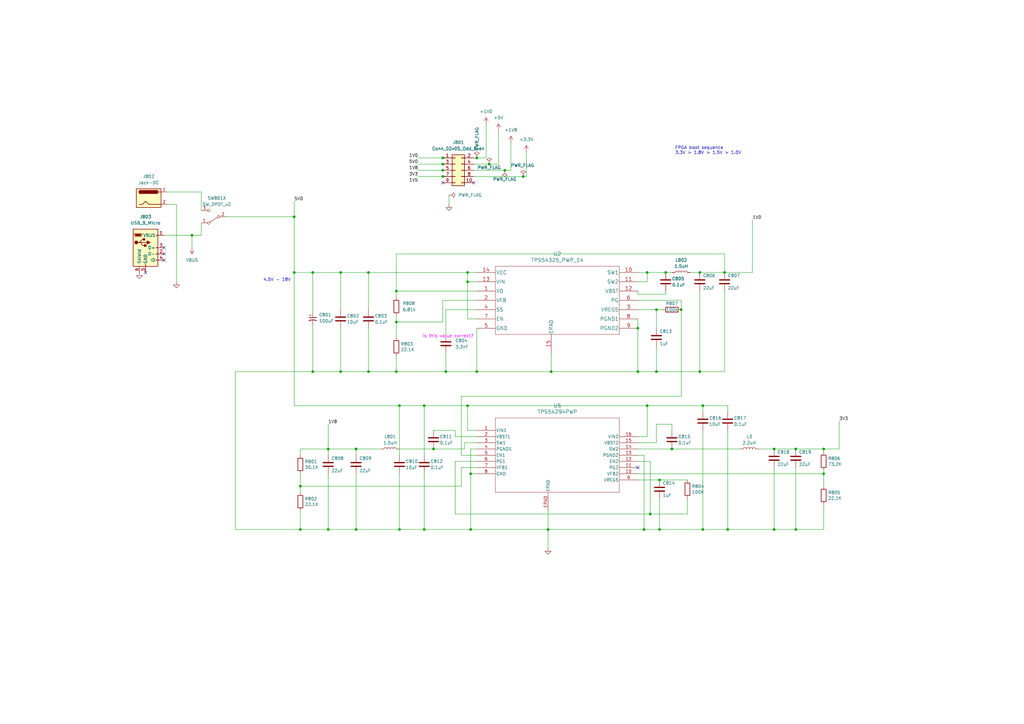
<source format=kicad_sch>
(kicad_sch (version 20230121) (generator eeschema)
  (paper "A3")
  (title_block (title "TripSitter") (date "4/20/2069") (rev "4.2.0") (company "NTNU x Nordic Semiconductor"))
  (lib_symbols
    (symbol "2023-09-07_08-59-18:TPS54325_PWP_14" (pin_names (offset 0.254))
      (property "Reference" "U1" (at 33.02 10.16 0))
      (property "Value" "TPS54325_PWP_14" (at 33.02 7.62 0))
      (symbol "TPS54325_PWP_14_1_1"
        (polyline (pts (xy 7.62 -22.86) (xy 58.42 -22.86)) (stroke (width 0.127)))
        (polyline (pts (xy 7.62 5.08) (xy 7.62 -22.86)) (stroke (width 0.127)))
        (polyline (pts (xy 58.42 -22.86) (xy 58.42 5.08)) (stroke (width 0.127)))
        (polyline (pts (xy 58.42 5.08) (xy 7.62 5.08)) (stroke (width 0.127)))
        (pin output line (at 0 -5.08 0) (length 7.62) (name "VO") (number "1"))
        (pin unspecified line (at 66.04 2.54 180) (length 7.62) (name "SW1") (number "10"))
        (pin unspecified line (at 66.04 -1.27 180) (length 7.62) (name "SW2") (number "11"))
        (pin input line (at 66.04 -5.08 180) (length 7.62) (name "VBST") (number "12"))
        (pin input line (at 0 -1.27 0) (length 7.62) (name "VIN") (number "13"))
        (pin input line (at 0 2.54 0) (length 7.62) (name "VCC") (number "14"))
        (pin unspecified line (at 30.48 -30.48 90) (length 7.62) (name "EPAD") (number "15"))
        (pin input line (at 0 -8.89 0) (length 7.62) (name "VFB") (number "2"))
        (pin output line (at 66.04 -12.7 180) (length 7.62) (name "VREG5") (number "3"))
        (pin unspecified line (at 0 -12.7 0) (length 7.62) (name "SS") (number "4"))
        (pin power_in line (at 0 -20.32 0) (length 7.62) (name "GND") (number "5"))
        (pin output line (at 66.04 -8.89 180) (length 7.62) (name "PG") (number "6"))
        (pin input line (at 0 -16.51 0) (length 7.62) (name "EN") (number "7"))
        (pin power_in line (at 66.04 -16.51 180) (length 7.62) (name "PGND1") (number "8"))
        (pin power_in line (at 66.04 -20.32 180) (length 7.62) (name "PGND2") (number "9"))
      )
    )
    (symbol "2023-09-07_09-21-35:TPS54294PWP" (pin_names (offset 0.254))
      (property "Reference" "U2" (at 33.02 10.16 0))
      (property "Value" "TPS54294PWP" (at 33.02 7.62 0))
      (symbol "TPS54294PWP_0_1"
        (polyline (pts (xy 7.62 -25.4) (xy 58.42 -25.4)) (stroke (width 0.127)))
        (polyline (pts (xy 7.62 5.08) (xy 7.62 -25.4)) (stroke (width 0.127)))
        (polyline (pts (xy 58.42 -25.4) (xy 58.42 5.08)) (stroke (width 0.127)))
        (polyline (pts (xy 58.42 5.08) (xy 7.62 5.08)) (stroke (width 0.127)))
        (pin input line (at 0 0 0) (length 7.62) (name "VIN1") (number "1"))
        (pin input line (at 66.04 -17.78 180) (length 7.62) (name "VFB2") (number "10"))
        (pin output line (at 66.04 -15.24 180) (length 7.62) (name "PG2") (number "11"))
        (pin input line (at 66.04 -12.7 180) (length 7.62) (name "EN2") (number "12"))
        (pin bidirectional line (at 66.04 -10.16 180) (length 7.62) (name "PGND2") (number "13"))
        (pin bidirectional line (at 66.04 -7.62 180) (length 7.62) (name "SW2") (number "14"))
        (pin input line (at 66.04 -5.08 180) (length 7.62) (name "VBST2") (number "15"))
        (pin input line (at 66.04 -2.54 180) (length 7.62) (name "VIN2") (number "16"))
        (pin input line (at 0 -2.54 0) (length 7.62) (name "VBST1") (number "2"))
        (pin bidirectional line (at 0 -5.08 0) (length 7.62) (name "SW1") (number "3"))
        (pin bidirectional line (at 0 -7.62 0) (length 7.62) (name "PGND1") (number "4"))
        (pin input line (at 0 -10.16 0) (length 7.62) (name "EN1") (number "5"))
        (pin output line (at 0 -12.7 0) (length 7.62) (name "PG1") (number "6"))
        (pin input line (at 0 -15.24 0) (length 7.62) (name "VFB1") (number "7"))
        (pin bidirectional line (at 0 -17.78 0) (length 7.62) (name "GND") (number "8"))
        (pin output line (at 66.04 -20.32 180) (length 7.62) (name "VREG5") (number "9"))
        (pin unspecified line (at 29.21 -33.02 90) (length 7.62) (name "EPAD") (number "EPAD"))
      )
    )
    (symbol "Connector:Jack-DC" (pin_names (offset 1.016))
      (property "Reference" "J" (at 0 5.334 0))
      (property "Value" "Jack-DC" (at 0 -5.08 0))
      (symbol "Jack-DC_0_1"
        (rectangle (start -5.08 3.81) (end 5.08 -3.81) (stroke (width 0.254)) (fill (type background)))
        (arc (start -3.302 3.175) (mid -3.9343 2.54) (end -3.302 1.905) (stroke (width 0.254)))
        (arc (start -3.302 3.175) (mid -3.9343 2.54) (end -3.302 1.905) (stroke (width 0.254)) (fill (type outline)))
        (polyline (pts (xy 5.08 2.54) (xy 3.81 2.54)) (stroke (width 0.254)))
        (polyline (pts (xy -3.81 -2.54) (xy -2.54 -2.54) (xy -1.27 -1.27) (xy 0 -2.54) (xy 2.54 -2.54) (xy 5.08 -2.54)) (stroke (width 0.254)))
        (rectangle (start 3.683 3.175) (end -3.302 1.905) (stroke (width 0.254)) (fill (type outline)))
      )
      (symbol "Jack-DC_1_1"
        (pin passive line (at 7.62 2.54 180) (length 2.54) (name "~") (number "1"))
        (pin passive line (at 7.62 -2.54 180) (length 2.54) (name "~") (number "2"))
      )
    )
    (symbol "Connector:USB_B_Micro" (pin_names (offset 1.016))
      (property "Reference" "J" (at -5.08 11.43 0))
      (property "Value" "USB_B_Micro" (at -5.08 8.89 0))
      (symbol "USB_B_Micro_0_1"
        (rectangle (start -5.08 -7.62) (end 5.08 7.62) (stroke (width 0.254)) (fill (type background)))
        (circle (center -3.81 2.159) (radius 0.635) (stroke (width 0.254)) (fill (type outline)))
        (circle (center -0.635 3.429) (radius 0.381) (stroke (width 0.254)) (fill (type outline)))
        (rectangle (start -0.127 -7.62) (end 0.127 -6.858))
        (polyline (pts (xy -1.905 2.159) (xy 0.635 2.159)) (stroke (width 0.254)))
        (polyline (pts (xy -3.175 2.159) (xy -2.54 2.159) (xy -1.27 3.429) (xy -0.635 3.429)) (stroke (width 0.254)))
        (polyline (pts (xy -2.54 2.159) (xy -1.905 2.159) (xy -1.27 0.889) (xy 0 0.889)) (stroke (width 0.254)))
        (polyline (pts (xy 0.635 2.794) (xy 0.635 1.524) (xy 1.905 2.159) (xy 0.635 2.794)) (stroke (width 0.254)) (fill (type outline)))
        (polyline (pts (xy -4.318 5.588) (xy -1.778 5.588) (xy -2.032 4.826) (xy -4.064 4.826) (xy -4.318 5.588)) (fill (type outline)))
        (polyline (pts (xy -4.699 5.842) (xy -4.699 5.588) (xy -4.445 4.826) (xy -4.445 4.572) (xy -1.651 4.572) (xy -1.651 4.826) (xy -1.397 5.588) (xy -1.397 5.842) (xy -4.699 5.842)))
        (rectangle (start 0.254 1.27) (end -0.508 0.508) (stroke (width 0.254)) (fill (type outline)))
        (rectangle (start 5.08 -5.207) (end 4.318 -4.953))
        (rectangle (start 5.08 -2.667) (end 4.318 -2.413))
        (rectangle (start 5.08 -0.127) (end 4.318 0.127))
        (rectangle (start 5.08 4.953) (end 4.318 5.207))
      )
      (symbol "USB_B_Micro_1_1"
        (pin power_out line (at 7.62 5.08 180) (length 2.54) (name "VBUS") (number "1"))
        (pin bidirectional line (at 7.62 -2.54 180) (length 2.54) (name "D-") (number "2"))
        (pin bidirectional line (at 7.62 0 180) (length 2.54) (name "D+") (number "3"))
        (pin passive line (at 7.62 -5.08 180) (length 2.54) (name "ID") (number "4"))
        (pin power_out line (at 0 -10.16 90) (length 2.54) (name "GND") (number "5"))
        (pin passive line (at -2.54 -10.16 90) (length 2.54) (name "Shield") (number "6"))
      )
    )
    (symbol "Connector_Generic:Conn_02x05_Odd_Even" (pin_names (offset 1.016) hide)
      (property "Reference" "J" (at 1.27 7.62 0))
      (property "Value" "Conn_02x05_Odd_Even" (at 1.27 -7.62 0))
      (symbol "Conn_02x05_Odd_Even_1_1"
        (rectangle (start -1.27 -4.953) (end 0 -5.207) (stroke (width 0.1524)))
        (rectangle (start -1.27 -2.413) (end 0 -2.667) (stroke (width 0.1524)))
        (rectangle (start -1.27 0.127) (end 0 -0.127) (stroke (width 0.1524)))
        (rectangle (start -1.27 2.667) (end 0 2.413) (stroke (width 0.1524)))
        (rectangle (start -1.27 5.207) (end 0 4.953) (stroke (width 0.1524)))
        (rectangle (start -1.27 6.35) (end 3.81 -6.35) (stroke (width 0.254)) (fill (type background)))
        (rectangle (start 3.81 -4.953) (end 2.54 -5.207) (stroke (width 0.1524)))
        (rectangle (start 3.81 -2.413) (end 2.54 -2.667) (stroke (width 0.1524)))
        (rectangle (start 3.81 0.127) (end 2.54 -0.127) (stroke (width 0.1524)))
        (rectangle (start 3.81 2.667) (end 2.54 2.413) (stroke (width 0.1524)))
        (rectangle (start 3.81 5.207) (end 2.54 4.953) (stroke (width 0.1524)))
        (pin passive line (at -5.08 5.08 0) (length 3.81) (name "Pin_1") (number "1"))
        (pin passive line (at 7.62 -5.08 180) (length 3.81) (name "Pin_10") (number "10"))
        (pin passive line (at 7.62 5.08 180) (length 3.81) (name "Pin_2") (number "2"))
        (pin passive line (at -5.08 2.54 0) (length 3.81) (name "Pin_3") (number "3"))
        (pin passive line (at 7.62 2.54 180) (length 3.81) (name "Pin_4") (number "4"))
        (pin passive line (at -5.08 0 0) (length 3.81) (name "Pin_5") (number "5"))
        (pin passive line (at 7.62 0 180) (length 3.81) (name "Pin_6") (number "6"))
        (pin passive line (at -5.08 -2.54 0) (length 3.81) (name "Pin_7") (number "7"))
        (pin passive line (at 7.62 -2.54 180) (length 3.81) (name "Pin_8") (number "8"))
        (pin passive line (at -5.08 -5.08 0) (length 3.81) (name "Pin_9") (number "9"))
      )
    )
    (symbol "Device:C" (pin_numbers hide) (pin_names (offset 0.254))
      (property "Reference" "C" (at 0.635 2.54 0))
      (property "Value" "C" (at 0.635 -2.54 0))
      (symbol "C_0_1"
        (polyline (pts (xy -2.032 -0.762) (xy 2.032 -0.762)) (stroke (width 0.508)))
        (polyline (pts (xy -2.032 0.762) (xy 2.032 0.762)) (stroke (width 0.508)))
      )
      (symbol "C_1_1"
        (pin passive line (at 0 3.81 270) (length 2.794) (name "~") (number "1"))
        (pin passive line (at 0 -3.81 90) (length 2.794) (name "~") (number "2"))
      )
    )
    (symbol "Device:C_Polarized_Small_US" (pin_numbers hide) (pin_names (offset 0.254) hide)
      (property "Reference" "C" (at 0.254 1.778 0))
      (property "Value" "C_Polarized_Small_US" (at 0.254 -2.032 0))
      (symbol "C_Polarized_Small_US_0_1"
        (polyline (pts (xy -1.524 0.508) (xy 1.524 0.508)) (stroke (width 0.3048)))
        (polyline (pts (xy -1.27 1.524) (xy -0.762 1.524)))
        (polyline (pts (xy -1.016 1.27) (xy -1.016 1.778)))
        (arc (start 1.524 -0.762) (mid 0 -0.3734) (end -1.524 -0.762) (stroke (width 0.3048)))
      )
      (symbol "C_Polarized_Small_US_1_1"
        (pin passive line (at 0 2.54 270) (length 2.032) (name "~") (number "1"))
        (pin passive line (at 0 -2.54 90) (length 2.032) (name "~") (number "2"))
      )
    )
    (symbol "Device:L" (pin_numbers hide) (pin_names (offset 1.016) hide)
      (property "Reference" "L" (at -1.27 0 90))
      (property "Value" "L" (at 1.905 0 90))
      (symbol "L_0_1"
        (arc (start 0 -2.54) (mid 0.6323 -1.905) (end 0 -1.27))
        (arc (start 0 -1.27) (mid 0.6323 -0.635) (end 0 0))
        (arc (start 0 0) (mid 0.6323 0.635) (end 0 1.27))
        (arc (start 0 1.27) (mid 0.6323 1.905) (end 0 2.54))
      )
      (symbol "L_1_1"
        (pin passive line (at 0 3.81 270) (length 1.27) (name "1") (number "1"))
        (pin passive line (at 0 -3.81 90) (length 1.27) (name "2") (number "2"))
      )
    )
    (symbol "Device:R" (pin_numbers hide) (pin_names (offset 0))
      (property "Reference" "R" (at 2.032 0 90))
      (property "Value" "R" (at 0 0 90))
      (symbol "R_0_1"
        (rectangle (start -1.016 -2.54) (end 1.016 2.54) (stroke (width 0.254)))
      )
      (symbol "R_1_1"
        (pin passive line (at 0 3.81 270) (length 1.27) (name "~") (number "1"))
        (pin passive line (at 0 -3.81 90) (length 1.27) (name "~") (number "2"))
      )
    )
    (symbol "Switch:SW_DPDT_x2" (pin_names (offset 0) hide)
      (property "Reference" "SW" (at 0 4.318 0))
      (property "Value" "SW_DPDT_x2" (at 0 -5.08 0))
      (symbol "SW_DPDT_x2_0_0"
        (circle (center -2.032 0) (radius 0.508))
        (circle (center 2.032 -2.54) (radius 0.508))
      )
      (symbol "SW_DPDT_x2_0_1"
        (polyline (pts (xy -1.524 0.254) (xy 1.651 2.286)))
        (circle (center 2.032 2.54) (radius 0.508))
      )
      (symbol "SW_DPDT_x2_1_1"
        (pin passive line (at 5.08 2.54 180) (length 2.54) (name "A") (number "1"))
        (pin passive line (at -5.08 0 0) (length 2.54) (name "B") (number "2"))
        (pin passive line (at 5.08 -2.54 180) (length 2.54) (name "C") (number "3"))
      )
      (symbol "SW_DPDT_x2_2_1"
        (pin passive line (at 5.08 2.54 180) (length 2.54) (name "A") (number "4"))
        (pin passive line (at -5.08 0 0) (length 2.54) (name "B") (number "5"))
        (pin passive line (at 5.08 -2.54 180) (length 2.54) (name "C") (number "6"))
      )
    )
    (symbol "power:+1V0" (power) (pin_names (offset 0))
      (property "Value" "+1V0" (at 0 3.556 0))
      (symbol "+1V0_0_1"
        (polyline (pts (xy -0.762 1.27) (xy 0 2.54)))
        (polyline (pts (xy 0 0) (xy 0 2.54)))
        (polyline (pts (xy 0 2.54) (xy 0.762 1.27)))
      )
      (symbol "+1V0_1_1"
        (pin power_in line (at 0 0 90) (length 0) hide (name "+1V0") (number "1"))
      )
    )
    (symbol "power:+1V8" (power) (pin_names (offset 0))
      (property "Value" "+1V8" (at 0 3.556 0))
      (symbol "+1V8_0_1"
        (polyline (pts (xy -0.762 1.27) (xy 0 2.54)))
        (polyline (pts (xy 0 0) (xy 0 2.54)))
        (polyline (pts (xy 0 2.54) (xy 0.762 1.27)))
      )
      (symbol "+1V8_1_1"
        (pin power_in line (at 0 0 90) (length 0) hide (name "+1V8") (number "1"))
      )
    )
    (symbol "power:+3.3V" (power) (pin_names (offset 0))
      (property "Value" "+3.3V" (at 0 3.556 0))
      (symbol "+3.3V_0_1"
        (polyline (pts (xy -0.762 1.27) (xy 0 2.54)))
        (polyline (pts (xy 0 0) (xy 0 2.54)))
        (polyline (pts (xy 0 2.54) (xy 0.762 1.27)))
      )
      (symbol "+3.3V_1_1"
        (pin power_in line (at 0 0 90) (length 0) hide (name "+3.3V") (number "1"))
      )
    )
    (symbol "power:+5V" (power) (pin_names (offset 0))
      (property "Value" "+5V" (at 0 3.556 0))
      (symbol "+5V_0_1"
        (polyline (pts (xy -0.762 1.27) (xy 0 2.54)))
        (polyline (pts (xy 0 0) (xy 0 2.54)))
        (polyline (pts (xy 0 2.54) (xy 0.762 1.27)))
      )
      (symbol "+5V_1_1"
        (pin power_in line (at 0 0 90) (length 0) hide (name "+5V") (number "1"))
      )
    )
    (symbol "power:GND" (power) (pin_names (offset 0))
      (property "Value" "GND" (at 0 -3.81 0))
      (symbol "GND_0_1"
        (polyline (pts (xy 0 0) (xy 0 -1.27) (xy 1.27 -1.27) (xy 0 -2.54) (xy -1.27 -1.27) (xy 0 -1.27)))
      )
      (symbol "GND_1_1"
        (pin power_in line (at 0 0 270) (length 0) hide (name "GND") (number "1"))
      )
    )
    (symbol "power:PWR_FLAG" (power) (pin_numbers hide) (pin_names (offset 0) hide)
      (property "Value" "PWR_FLAG" (at 0 3.81 0))
      (symbol "PWR_FLAG_0_0"
        (pin power_out line (at 0 0 90) (length 0) (name "pwr") (number "1"))
      )
      (symbol "PWR_FLAG_0_1"
        (polyline (pts (xy 0 0) (xy 0 1.27) (xy -1.016 1.905) (xy 0 2.54) (xy 1.016 1.905) (xy 0 1.27)))
      )
    )
    (symbol "power:VBUS" (power) (pin_names (offset 0))
      (property "Value" "VBUS" (at 0 3.81 0))
      (symbol "VBUS_0_1"
        (polyline (pts (xy -0.762 1.27) (xy 0 2.54)))
        (polyline (pts (xy 0 0) (xy 0 2.54)))
        (polyline (pts (xy 0 2.54) (xy 0.762 1.27)))
      )
      (symbol "VBUS_1_1"
        (pin power_in line (at 0 0 90) (length 0) hide (name "VBUS") (number "1"))
      )
    )
  )
  (junction (at 270.51 196.85))
  (junction (at 123.19 217.17))
  (junction (at 287.02 111.76))
  (junction (at 265.43 111.76))
  (junction (at 269.24 127))
  (junction (at 265.43 166.37))
  (junction (at 151.13 111.76))
  (junction (at 139.7 152.4))
  (junction (at 134.62 184.15))
  (junction (at 173.99 166.37))
  (junction (at 226.06 152.4))
  (junction (at 191.77 111.76))
  (junction (at 139.7 111.76))
  (junction (at 134.62 217.17))
  (junction (at 193.04 217.17))
  (junction (at 128.27 152.4))
  (junction (at 264.16 217.17))
  (junction (at 337.82 184.15))
  (junction (at 162.56 152.4))
  (junction (at 191.77 166.37))
  (junction (at 163.83 166.37))
  (junction (at 337.82 194.31))
  (junction (at 279.4 127))
  (junction (at 123.19 199.39))
  (junction (at 191.77 115.57))
  (junction (at 128.27 111.76))
  (junction (at 270.51 217.17))
  (junction (at 195.58 152.4))
  (junction (at 120.65 111.76))
  (junction (at 162.56 132.08))
  (junction (at 146.05 184.15))
  (junction (at 275.59 184.15))
  (junction (at 200.66 67.31))
  (junction (at 287.02 152.4))
  (junction (at 162.56 119.38))
  (junction (at 288.29 217.17))
  (junction (at 173.99 217.17))
  (junction (at 214.63 72.39))
  (junction (at 224.79 217.17))
  (junction (at 78.74 96.52))
  (junction (at 317.5 184.15))
  (junction (at 163.83 217.17))
  (junction (at 273.05 111.76))
  (junction (at 151.13 152.4))
  (junction (at 298.45 217.17))
  (junction (at 297.18 111.76))
  (junction (at 182.88 152.4))
  (junction (at 317.5 217.17))
  (junction (at 207.01 69.85))
  (junction (at 193.04 194.31))
  (junction (at 181.61 67.31))
  (junction (at 326.39 184.15))
  (junction (at 181.61 64.77))
  (junction (at 177.8 184.15))
  (junction (at 181.61 69.85))
  (junction (at 266.7 210.82))
  (junction (at 146.05 217.17))
  (junction (at 261.62 134.62))
  (junction (at 181.61 72.39))
  (junction (at 288.29 166.37))
  (junction (at 261.62 152.4))
  (junction (at 269.24 152.4))
  (junction (at 326.39 217.17))
  (junction (at 120.65 88.9))
  (junction (at 195.58 64.77))
  (no_connect (at 67.31 104.14))
  (no_connect (at 194.31 74.93))
  (no_connect (at 59.69 111.76))
  (no_connect (at 67.31 101.6))
  (no_connect (at 67.31 106.68))
  (no_connect (at 181.61 74.93))
  (no_connect (at 261.62 191.77))
  (wire (pts (xy 226.06 144.78) (xy 226.06 152.4)))
  (wire (pts (xy 191.77 166.37) (xy 265.43 166.37)))
  (wire (pts (xy 96.52 152.4) (xy 96.52 217.17)))
  (wire (pts (xy 181.61 74.93) (xy 182.88 74.93)))
  (wire (pts (xy 123.19 194.31) (xy 123.19 199.39)))
  (wire (pts (xy 189.23 162.56) (xy 189.23 186.69)))
  (wire (pts (xy 264.16 186.69) (xy 264.16 217.17)))
  (wire (pts (xy 193.04 194.31) (xy 193.04 217.17)))
  (wire (pts (xy 96.52 152.4) (xy 128.27 152.4)))
  (wire (pts (xy 189.23 191.77) (xy 189.23 199.39)))
  (wire (pts (xy 337.82 217.17) (xy 337.82 207.01)))
  (wire (pts (xy 120.65 88.9) (xy 120.65 111.76)))
  (wire (pts (xy 162.56 119.38) (xy 195.58 119.38)))
  (wire (pts (xy 120.65 111.76) (xy 120.65 166.37)))
  (wire (pts (xy 68.58 78.74) (xy 82.55 78.74)))
  (wire (pts (xy 287.02 119.38) (xy 287.02 152.4)))
  (wire (pts (xy 298.45 166.37) (xy 298.45 168.91)))
  (wire (pts (xy 171.45 69.85) (xy 181.61 69.85)))
  (wire (pts (xy 193.04 217.17) (xy 224.79 217.17)))
  (wire (pts (xy 82.55 78.74) (xy 82.55 86.36)))
  (wire (pts (xy 173.99 217.17) (xy 193.04 217.17)))
  (wire (pts (xy 261.62 120.65) (xy 273.05 120.65)))
  (wire (pts (xy 181.61 72.39) (xy 182.88 72.39)))
  (wire (pts (xy 134.62 217.17) (xy 146.05 217.17)))
  (wire (pts (xy 270.51 217.17) (xy 264.16 217.17)))
  (wire (pts (xy 266.7 210.82) (xy 266.7 189.23)))
  (wire (pts (xy 163.83 217.17) (xy 173.99 217.17)))
  (wire (pts (xy 226.06 152.4) (xy 261.62 152.4)))
  (wire (pts (xy 326.39 217.17) (xy 337.82 217.17)))
  (wire (pts (xy 275.59 173.99) (xy 275.59 176.53)))
  (wire (pts (xy 270.51 204.47) (xy 270.51 217.17)))
  (wire (pts (xy 182.88 144.78) (xy 182.88 152.4)))
  (wire (pts (xy 186.69 176.53) (xy 186.69 179.07)))
  (wire (pts (xy 288.29 166.37) (xy 298.45 166.37)))
  (wire (pts (xy 288.29 217.17) (xy 298.45 217.17)))
  (wire (pts (xy 190.5 181.61) (xy 190.5 184.15)))
  (wire (pts (xy 134.62 194.31) (xy 134.62 217.17)))
  (wire (pts (xy 308.61 90.17) (xy 308.61 111.76)))
  (wire (pts (xy 261.62 179.07) (xy 265.43 179.07)))
  (wire (pts (xy 298.45 176.53) (xy 298.45 217.17)))
  (wire (pts (xy 186.69 179.07) (xy 195.58 179.07)))
  (wire (pts (xy 281.94 204.47) (xy 281.94 210.82)))
  (wire (pts (xy 171.45 64.77) (xy 181.61 64.77)))
  (wire (pts (xy 146.05 186.69) (xy 146.05 184.15)))
  (wire (pts (xy 337.82 194.31) (xy 337.82 199.39)))
  (wire (pts (xy 269.24 127) (xy 271.78 127)))
  (wire (pts (xy 177.8 184.15) (xy 190.5 184.15)))
  (wire (pts (xy 120.65 82.55) (xy 120.65 88.9)))
  (wire (pts (xy 261.62 186.69) (xy 264.16 186.69)))
  (wire (pts (xy 139.7 111.76) (xy 151.13 111.76)))
  (wire (pts (xy 317.5 184.15) (xy 326.39 184.15)))
  (wire (pts (xy 344.17 172.72) (xy 344.17 184.15)))
  (wire (pts (xy 163.83 184.15) (xy 177.8 184.15)))
  (wire (pts (xy 191.77 115.57) (xy 191.77 111.76)))
  (wire (pts (xy 279.4 127) (xy 279.4 162.56)))
  (wire (pts (xy 270.51 196.85) (xy 281.94 196.85)))
  (wire (pts (xy 261.62 189.23) (xy 266.7 189.23)))
  (wire (pts (xy 311.15 184.15) (xy 317.5 184.15)))
  (wire (pts (xy 265.43 166.37) (xy 288.29 166.37)))
  (wire (pts (xy 195.58 184.15) (xy 193.04 184.15)))
  (wire (pts (xy 195.58 123.19) (xy 181.61 123.19)))
  (wire (pts (xy 261.62 119.38) (xy 261.62 120.65)))
  (wire (pts (xy 195.58 189.23) (xy 186.69 189.23)))
  (wire (pts (xy 337.82 184.15) (xy 344.17 184.15)))
  (wire (pts (xy 261.62 152.4) (xy 269.24 152.4)))
  (wire (pts (xy 120.65 111.76) (xy 128.27 111.76)))
  (wire (pts (xy 195.58 130.81) (xy 191.77 130.81)))
  (wire (pts (xy 151.13 127) (xy 151.13 111.76)))
  (wire (pts (xy 297.18 104.14) (xy 297.18 111.76)))
  (wire (pts (xy 287.02 111.76) (xy 297.18 111.76)))
  (wire (pts (xy 337.82 193.04) (xy 337.82 194.31)))
  (wire (pts (xy 224.79 217.17) (xy 224.79 224.79)))
  (wire (pts (xy 337.82 184.15) (xy 337.82 185.42)))
  (wire (pts (xy 191.77 115.57) (xy 191.77 130.81)))
  (wire (pts (xy 191.77 166.37) (xy 191.77 176.53)))
  (wire (pts (xy 195.58 191.77) (xy 189.23 191.77)))
  (wire (pts (xy 297.18 119.38) (xy 297.18 152.4)))
  (wire (pts (xy 194.31 64.77) (xy 195.58 64.77)))
  (wire (pts (xy 162.56 132.08) (xy 162.56 138.43)))
  (wire (pts (xy 120.65 166.37) (xy 163.83 166.37)))
  (wire (pts (xy 288.29 176.53) (xy 288.29 217.17)))
  (wire (pts (xy 317.5 217.17) (xy 326.39 217.17)))
  (wire (pts (xy 194.31 67.31) (xy 200.66 67.31)))
  (wire (pts (xy 265.43 111.76) (xy 265.43 115.57)))
  (wire (pts (xy 186.69 210.82) (xy 266.7 210.82)))
  (wire (pts (xy 209.55 58.42) (xy 209.55 69.85)))
  (wire (pts (xy 181.61 69.85) (xy 182.88 69.85)))
  (wire (pts (xy 273.05 111.76) (xy 275.59 111.76)))
  (wire (pts (xy 128.27 111.76) (xy 139.7 111.76)))
  (wire (pts (xy 261.62 181.61) (xy 269.24 181.61)))
  (wire (pts (xy 195.58 64.77) (xy 199.39 64.77)))
  (wire (pts (xy 139.7 134.62) (xy 139.7 152.4)))
  (wire (pts (xy 139.7 111.76) (xy 139.7 127)))
  (wire (pts (xy 279.4 162.56) (xy 189.23 162.56)))
  (wire (pts (xy 139.7 152.4) (xy 151.13 152.4)))
  (wire (pts (xy 261.62 196.85) (xy 270.51 196.85)))
  (wire (pts (xy 123.19 199.39) (xy 189.23 199.39)))
  (wire (pts (xy 146.05 184.15) (xy 156.21 184.15)))
  (wire (pts (xy 261.62 184.15) (xy 275.59 184.15)))
  (wire (pts (xy 193.04 194.31) (xy 195.58 194.31)))
  (wire (pts (xy 151.13 152.4) (xy 162.56 152.4)))
  (wire (pts (xy 269.24 181.61) (xy 269.24 173.99)))
  (wire (pts (xy 162.56 104.14) (xy 297.18 104.14)))
  (wire (pts (xy 326.39 184.15) (xy 337.82 184.15)))
  (wire (pts (xy 207.01 69.85) (xy 209.55 69.85)))
  (wire (pts (xy 96.52 217.17) (xy 123.19 217.17)))
  (wire (pts (xy 163.83 166.37) (xy 163.83 186.69)))
  (wire (pts (xy 224.79 209.55) (xy 224.79 217.17)))
  (wire (pts (xy 317.5 191.77) (xy 317.5 217.17)))
  (wire (pts (xy 261.62 134.62) (xy 261.62 152.4)))
  (wire (pts (xy 279.4 123.19) (xy 279.4 127)))
  (wire (pts (xy 189.23 186.69) (xy 195.58 186.69)))
  (wire (pts (xy 163.83 194.31) (xy 163.83 217.17)))
  (wire (pts (xy 128.27 152.4) (xy 139.7 152.4)))
  (wire (pts (xy 72.39 83.82) (xy 72.39 115.57)))
  (wire (pts (xy 146.05 194.31) (xy 146.05 217.17)))
  (wire (pts (xy 134.62 173.99) (xy 134.62 184.15)))
  (wire (pts (xy 162.56 119.38) (xy 162.56 121.92)))
  (wire (pts (xy 182.88 127) (xy 182.88 137.16)))
  (wire (pts (xy 275.59 184.15) (xy 303.53 184.15)))
  (wire (pts (xy 261.62 127) (xy 269.24 127)))
  (wire (pts (xy 67.31 96.52) (xy 78.74 96.52)))
  (wire (pts (xy 78.74 96.52) (xy 82.55 96.52)))
  (wire (pts (xy 288.29 166.37) (xy 288.29 168.91)))
  (wire (pts (xy 193.04 184.15) (xy 193.04 194.31)))
  (wire (pts (xy 134.62 184.15) (xy 134.62 186.69)))
  (wire (pts (xy 171.45 72.39) (xy 181.61 72.39)))
  (wire (pts (xy 128.27 111.76) (xy 128.27 128.27)))
  (wire (pts (xy 151.13 111.76) (xy 191.77 111.76)))
  (wire (pts (xy 181.61 123.19) (xy 181.61 132.08)))
  (wire (pts (xy 261.62 194.31) (xy 337.82 194.31)))
  (wire (pts (xy 191.77 111.76) (xy 195.58 111.76)))
  (wire (pts (xy 163.83 166.37) (xy 173.99 166.37)))
  (wire (pts (xy 195.58 176.53) (xy 191.77 176.53)))
  (wire (pts (xy 269.24 142.24) (xy 269.24 152.4)))
  (wire (pts (xy 269.24 152.4) (xy 287.02 152.4)))
  (wire (pts (xy 92.71 88.9) (xy 120.65 88.9)))
  (wire (pts (xy 199.39 50.8) (xy 199.39 64.77)))
  (wire (pts (xy 146.05 217.17) (xy 163.83 217.17)))
  (wire (pts (xy 186.69 189.23) (xy 186.69 210.82)))
  (wire (pts (xy 269.24 173.99) (xy 275.59 173.99)))
  (wire (pts (xy 266.7 210.82) (xy 281.94 210.82)))
  (wire (pts (xy 298.45 217.17) (xy 317.5 217.17)))
  (wire (pts (xy 162.56 152.4) (xy 182.88 152.4)))
  (wire (pts (xy 173.99 194.31) (xy 173.99 217.17)))
  (wire (pts (xy 151.13 134.62) (xy 151.13 152.4)))
  (wire (pts (xy 173.99 166.37) (xy 191.77 166.37)))
  (wire (pts (xy 123.19 217.17) (xy 134.62 217.17)))
  (wire (pts (xy 78.74 96.52) (xy 78.74 101.6)))
  (wire (pts (xy 261.62 130.81) (xy 261.62 134.62)))
  (wire (pts (xy 182.88 152.4) (xy 195.58 152.4)))
  (wire (pts (xy 269.24 127) (xy 269.24 134.62)))
  (wire (pts (xy 204.47 53.34) (xy 204.47 67.31)))
  (wire (pts (xy 195.58 181.61) (xy 190.5 181.61)))
  (wire (pts (xy 265.43 111.76) (xy 261.62 111.76)))
  (wire (pts (xy 181.61 67.31) (xy 182.88 67.31)))
  (wire (pts (xy 162.56 104.14) (xy 162.56 119.38)))
  (wire (pts (xy 162.56 129.54) (xy 162.56 132.08)))
  (wire (pts (xy 265.43 111.76) (xy 273.05 111.76)))
  (wire (pts (xy 173.99 166.37) (xy 173.99 186.69)))
  (wire (pts (xy 195.58 152.4) (xy 226.06 152.4)))
  (wire (pts (xy 123.19 209.55) (xy 123.19 217.17)))
  (wire (pts (xy 214.63 72.39) (xy 215.9 72.39)))
  (wire (pts (xy 215.9 62.23) (xy 215.9 72.39)))
  (wire (pts (xy 200.66 67.31) (xy 204.47 67.31)))
  (wire (pts (xy 123.19 184.15) (xy 134.62 184.15)))
  (wire (pts (xy 270.51 217.17) (xy 288.29 217.17)))
  (wire (pts (xy 177.8 176.53) (xy 186.69 176.53)))
  (wire (pts (xy 195.58 127) (xy 182.88 127)))
  (wire (pts (xy 128.27 133.35) (xy 128.27 152.4)))
  (wire (pts (xy 82.55 96.52) (xy 82.55 91.44)))
  (wire (pts (xy 194.31 72.39) (xy 214.63 72.39)))
  (wire (pts (xy 123.19 201.93) (xy 123.19 199.39)))
  (wire (pts (xy 283.21 111.76) (xy 287.02 111.76)))
  (wire (pts (xy 287.02 152.4) (xy 297.18 152.4)))
  (wire (pts (xy 181.61 64.77) (xy 182.88 64.77)))
  (wire (pts (xy 184.15 80.01) (xy 184.15 83.82)))
  (wire (pts (xy 195.58 134.62) (xy 195.58 152.4)))
  (wire (pts (xy 162.56 146.05) (xy 162.56 152.4)))
  (wire (pts (xy 191.77 115.57) (xy 195.58 115.57)))
  (wire (pts (xy 134.62 184.15) (xy 146.05 184.15)))
  (wire (pts (xy 264.16 217.17) (xy 224.79 217.17)))
  (wire (pts (xy 194.31 69.85) (xy 207.01 69.85)))
  (wire (pts (xy 297.18 111.76) (xy 308.61 111.76)))
  (wire (pts (xy 261.62 123.19) (xy 279.4 123.19)))
  (wire (pts (xy 68.58 83.82) (xy 72.39 83.82)))
  (wire (pts (xy 261.62 115.57) (xy 265.43 115.57)))
  (wire (pts (xy 123.19 186.69) (xy 123.19 184.15)))
  (wire (pts (xy 265.43 166.37) (xy 265.43 179.07)))
  (wire (pts (xy 273.05 119.38) (xy 273.05 120.65)))
  (wire (pts (xy 162.56 132.08) (xy 181.61 132.08)))
  (wire (pts (xy 171.45 67.31) (xy 181.61 67.31)))
  (wire (pts (xy 326.39 191.77) (xy 326.39 217.17)))
  (text "Is this value correct?" (at 173.228 138.684 0) (effects (font (size 1.27 1.27)) (justify left bottom)))
  (text "FPGA boot sequence\n3.3V > 1.8V > 1.5V > 1.0V" (at 276.86 63.5 0) (effects (font (size 1.27 1.27)) (justify left bottom)))
  (text "4.5V - 18V" (at 107.95 115.57 0) (effects (font (size 1.27 1.27)) (justify left bottom)))
  (label "3V3" (at 344.17 172.72 0))
  (label "3V3" (at 171.45 72.39 180))
  (label "1V5" (at 171.45 74.93 180))
  (label "1V0" (at 171.45 64.77 180))
  (label "5V0" (at 120.65 82.55 0))
  (label "1V0" (at 308.61 90.17 0))
  (label "5V0" (at 171.45 67.31 180))
  (label "1V8" (at 134.62 173.99 0))
  (label "1V8" (at 171.45 69.85 180))
  (symbol (lib_id "power:PWR_FLAG") (at 184.15 80.01 270) (unit 1)
    (property "Reference" "#FLG06" (effects hide))
    (property "Value" "PWR_FLAG" (at 187.96 80.01 90) (effects (justify left)))
  )
  (symbol (lib_id "power:+3.3V") (at 215.9 62.23 0) (unit 1)
    (property "Reference" "#PWR040" (effects hide))
    (property "Value" "+3.3V" (at 215.9 57.15 0))
    (instances (project "TripSitter" (path "" (reference "#PWR040") (unit 1))) (project "PowerSupply" (path "" (reference "#PWR06") (unit 1))) (project "RayTracingPCB" (path "" (reference "#PWR06") (unit 1))))
  )
  (symbol (lib_id "Device:C") (at 273.05 115.57 0) (unit 1)
    (property "Reference" "C805" (at 275.59 114.3 0) (effects (justify left)))
    (property "Value" "0.1uF" (at 275.59 116.84 0) (effects (justify left)))
    (property "Footprint" "Capacitor_SMD:C_0603_1608Metric_Pad1.08x0.95mm_HandSolder" (effects hide))
    (property "Datasheet" "https://mm.digikey.com/Volume0/opasdata/d220001/medias/docus/609/CL10B104KA8NNNC_Spec.pdf" (effects hide))
    (property "Component Name" "CL10B104KA8NNNC" (effects hide))
    (property "DK_Ref" "https://www.digikey.no/en/products/detail/samsung-electro-mechanics/CL10B104KA8NNNC/3889092" (effects hide))
    (instances (project "TripSitter" (path "" (reference "C805") (unit 1))) (project "PowerSupply" (path "" (reference "C4") (unit 1))) (project "RayTracingPCB" (path "" (reference "C4") (unit 1))))
  )
  (symbol (lib_id "Device:L") (at 160.02 184.15 90) (unit 1)
    (property "Reference" "L801" (at 160.02 179.07 90))
    (property "Value" "1.5uH" (at 160.02 181.61 90))
    (property "Footprint" "Inductor_SMD:L_0805_2012Metric_Pad1.15x1.40mm_HandSolder" (effects hide))
    (property "Datasheet" "https://mm.digikey.com/Volume0/opasdata/d220001/medias/docus/610/LB3218T1R0M_SS.pdf" (effects hide))
    (property "Component" "LB3218T1R0M" (effects hide))
    (instances (project "TripSitter" (path "" (reference "L801") (unit 1))) (project "PowerSupply" (path "" (reference "L1") (unit 1))) (project "RayTracingPCB" (path "" (reference "L1") (unit 1))))
  )
  (symbol (lib_id "power:PWR_FLAG") (at 200.66 67.31 0) (unit 1)
    (property "Reference" "#FLG02" (effects hide))
    (property "Value" "PWR_FLAG" (at 200.6092 68.7324 0))
    (instances (project "TripSitter" (path "" (reference "#FLG02") (unit 1))) (project "PowerSupply" (path "" (reference "#FLG01") (unit 1))) (project "RayTracingPCB" (path "" (reference "#FLG01") (unit 1))))
  )
  (symbol (lib_id "Connector_Generic:Conn_02x05_Odd_Even") (at 186.69 69.85 0) (unit 1)
    (property "Reference" "J801" (at 187.96 58.42 0))
    (property "Value" "Conn_02x05_Odd_Even" (at 187.96 60.96 0))
    (property "Footprint" "Connector_PinHeader_2.00mm:PinHeader_2x05_P2.00mm_Vertical" (effects hide))
  )
  (symbol (lib_id "2023-09-07_09-21-35:TPS54294PWP") (at 195.58 176.53 0) (unit 1)
    (property "Reference" "U5" (at 228.6 166.37 0) (effects (font (size 1.524 1.524))))
    (property "Value" "TPS54294PWP" (at 228.6 168.91 0) (effects (font (size 1.524 1.524))))
    (property "Footprint" "Footprints:PWP16_2P31X2P46" (effects hide))
    (property "Datasheet" "TPS54294PWP" (effects hide))
    (instances (project "TripSitter" (path "" (reference "U5") (unit 1))) (project "PowerSupply" (path "" (reference "U2") (unit 1))) (project "RayTracingPCB" (path "" (reference "U2") (unit 1))))
  )
  (symbol (lib_id "power:GND") (at 57.15 111.76 0) (mirror y) (unit 1)
    (property "Reference" "#PWR045" (effects hide))
    (property "Value" "GND" (effects hide))
  )
  (symbol (lib_id "Device:C") (at 270.51 200.66 0) (unit 1)
    (property "Reference" "C814" (at 271.78 198.12 0) (effects (justify left)))
    (property "Value" "1uF" (at 271.78 203.2 0) (effects (justify left)))
    (property "Footprint" "Capacitor_SMD:C_0402_1005Metric_Pad0.74x0.62mm_HandSolder" (effects hide))
    (property "Datasheet" "https://mm.digikey.com/Volume0/opasdata/d220001/medias/docus/2384/CL05A105KP5NNN_Specsheet%20(1).pdf" (effects hide))
    (property "Component name" "CL05A105KP5NNNC" (effects hide))
    (property "DK_Ref" "https://www.digikey.no/en/products/detail/samsung-electro-mechanics/CL05A105KP5NNNC/3886734" (effects hide))
    (instances (project "TripSitter" (path "" (reference "C814") (unit 1))) (project "Power_Components" (path "" (reference "C211") (unit 1))))
  )
  (symbol (lib_id "Device:R") (at 123.19 190.5 0) (unit 1)
    (property "Reference" "R801" (at 124.968 189.3316 0) (effects (justify left)))
    (property "Value" "30.1K" (at 124.968 191.643 0) (effects (justify left)))
    (property "Footprint" "Resistor_SMD:R_0805_2012Metric_Pad1.20x1.40mm_HandSolder" (effects hide))
    (property "Datasheet" "https://www.susumu.co.jp/common/pdf/n_catalog_partition01_en.pdf" (effects hide))
    (property "Component name" "RG2012P-3012-B-T5" (effects hide))
    (property "DK_Ref" "https://www.digikey.no/product-detail/no/susumu/RG2012P-3012-B-T5/RG20P30-1KBCT-ND/1241123" (effects hide))
    (instances (project "TripSitter" (path "" (reference "R801") (unit 1))) (project "Power_Components" (path "" (reference "R203") (unit 1))))
  )
  (symbol (lib_id "power:+1V8") (at 209.55 58.42 0) (unit 1)
    (property "Reference" "#PWR041" (effects hide))
    (property "Value" "+1V8" (at 209.55 53.34 0))
    (instances (project "TripSitter" (path "" (reference "#PWR041") (unit 1))) (project "PowerSupply" (path "" (reference "#PWR03") (unit 1))) (project "RayTracingPCB" (path "" (reference "#PWR03") (unit 1))))
  )
  (symbol (lib_id "Switch:SW_DPDT_x2") (at 87.63 88.9 180) (unit 1)
    (property "Reference" "SW801" (at 88.9 81.28 0))
    (property "Value" "SW_DPDT_x2" (at 88.9 83.82 0))
    (property "Footprint" "Button_Switch_THT:SW_E-Switch_EG2219_DPDT_Angled" (effects hide))
    (instances (project "TripSitter" (path "" (reference "SW801") (unit 1))) (project "PowerSupply" (path "" (reference "SW2") (unit 1))) (project "RayTracingPCB" (path "" (reference "SW2") (unit 1))))
  )
  (symbol (lib_id "Device:R") (at 281.94 200.66 0) (unit 1)
    (property "Reference" "R804" (at 283.718 199.4916 0) (effects (justify left)))
    (property "Value" "100K" (at 283.718 201.803 0) (effects (justify left)))
    (property "Footprint" "Resistor_SMD:R_0805_2012Metric_Pad1.20x1.40mm_HandSolder" (effects hide))
    (property "Datasheet" "https://www.susumu.co.jp/common/pdf/n_catalog_partition05_en.pdf" (effects hide))
    (property "Component name" "RR1220P-104-D" (effects hide))
    (property "DK_Ref" "https://www.digikey.no/product-detail/no/susumu/RR1220P-104-D/RR12P100KDCT-ND/432878" (effects hide))
    (instances (project "TripSitter" (path "" (reference "R804") (unit 1))) (project "Power_Components" (path "" (reference "R205") (unit 1))))
  )
  (symbol (lib_id "Connector:Jack-DC") (at 60.96 81.28 0) (unit 1)
    (property "Reference" "J802" (at 60.96 72.39 0))
    (property "Value" "Jack-DC" (at 60.96 74.93 0))
    (property "Footprint" "Connector_BarrelJack:BarrelJack_CUI_PJ-063AH_Horizontal_CircularHoles" (effects hide))
    (instances (project "TripSitter" (path "" (reference "J802") (unit 1))) (project "PowerSupply" (path "" (reference "J5") (unit 1))) (project "RayTracingPCB" (path "" (reference "J5") (unit 1))))
  )
  (symbol (lib_id "Device:R") (at 162.56 125.73 0) (unit 1)
    (property "Reference" "R808" (at 165.1 124.46 0) (effects (justify left)))
    (property "Value" "6.81k" (at 165.1 127 0) (effects (justify left)))
    (property "Footprint" "Resistor_SMD:R_0805_2012Metric_Pad1.20x1.40mm_HandSolder" (effects hide))
    (instances (project "TripSitter" (path "" (reference "R808") (unit 1))) (project "PowerSupply" (path "" (reference "R3") (unit 1))) (project "RayTracingPCB" (path "" (reference "R3") (unit 1))))
  )
  (symbol (lib_id "Device:C") (at 139.7 130.81 0) (unit 1)
    (property "Reference" "C802" (at 142.24 129.54 0) (effects (justify left)))
    (property "Value" "10uF" (at 142.24 132.08 0) (effects (justify left)))
    (property "Footprint" "Capacitor_SMD:C_0402_1005Metric_Pad0.74x0.62mm_HandSolder" (effects hide))
    (property "Datasheet" "https://mm.digikey.com/Volume0/opasdata/d220001/medias/docus/2614/CL05A106MP5NUNC_Spec.pdf" (effects hide))
    (property "Component Name" "CL10A106KQ8NNNC" (effects hide))
    (property "DK_Ref" "https://www.digikey.no/en/products/detail/samsung-electro-mechanics/CL05A106MP5NUNC/3887108" (effects hide))
    (instances (project "TripSitter" (path "" (reference "C802") (unit 1))) (project "PowerSupply" (path "" (reference "C4") (unit 1))) (project "RayTracingPCB" (path "" (reference "C4") (unit 1))))
  )
  (symbol (lib_id "Device:R") (at 275.59 127 270) (unit 1)
    (property "Reference" "R807" (at 275.59 124.46 90))
    (property "Value" "100k" (at 275.59 127 90))
    (property "Footprint" "Resistor_SMD:R_0805_2012Metric_Pad1.20x1.40mm_HandSolder" (effects hide))
    (property "Datasheet" "https://www.susumu.co.jp/common/pdf/n_catalog_partition05_en.pdf" (effects hide))
    (property "DK_Ref" "https://www.digikey.no/product-detail/no/susumu/RR1220P-104-D/RR12P100KDCT-ND/432878" (effects hide))
    (property "Component Name" "RR1220P-104-D" (effects hide))
    (instances (project "TripSitter" (path "" (reference "R807") (unit 1))) (project "PowerSupply" (path "" (reference "R5") (unit 1))) (project "RayTracingPCB" (path "" (reference "R5") (unit 1))))
  )
  (symbol (lib_id "Device:C") (at 275.59 180.34 0) (unit 1)
    (property "Reference" "C815" (at 278.13 179.07 0) (effects (justify left)))
    (property "Value" "0.1uF" (at 278.13 181.61 0) (effects (justify left)))
    (property "Footprint" "Capacitor_SMD:C_0603_1608Metric_Pad1.08x0.95mm_HandSolder" (effects hide))
    (property "Datasheet" "https://mm.digikey.com/Volume0/opasdata/d220001/medias/docus/609/CL10B104KA8NNNC_Spec.pdf" (effects hide))
    (property "Component Name" "CL10B104KA8NNNC" (effects hide))
    (property "DK_Ref" "https://www.digikey.no/en/products/detail/samsung-electro-mechanics/CL10B104KA8NNNC/3889092" (effects hide))
    (instances (project "TripSitter" (path "" (reference "C815") (unit 1))) (project "PowerSupply" (path "" (reference "C4") (unit 1))) (project "RayTracingPCB" (path "" (reference "C4") (unit 1))))
  )
  (symbol (lib_id "Device:C") (at 182.88 140.97 0) (unit 1)
    (property "Reference" "C804" (at 186.69 139.7 0) (effects (justify left)))
    (property "Value" "3.3nF" (at 186.69 142.24 0) (effects (justify left)))
    (property "Footprint" "Capacitor_SMD:C_0201_0603Metric_Pad0.64x0.40mm_HandSolder" (effects hide))
    (property "Datasheet" "https://mm.digikey.com/Volume0/opasdata/d220001/medias/docus/658/CL05B332KB5NNNC_Spec.pdf" (effects hide))
    (property "Component" "CL05B332KB5NNNC" (effects hide))
    (property "DK_Ref" "https://www.digikey.no/no/products/detail/samsung-electro-mechanics/CL05B332KB5NNNC/3887210" (effects hide))
    (instances (project "TripSitter" (path "" (reference "C804") (unit 1))) (project "PowerSupply" (path "" (reference "C9") (unit 1))) (project "RayTracingPCB" (path "" (reference "C9") (unit 1))))
  )
  (symbol (lib_id "power:VBUS") (at 78.74 101.6 180) (unit 1)
    (property "Reference" "#PWR047" (effects hide))
    (property "Value" "VBUS" (at 78.74 106.68 0))
    (instances (project "TripSitter" (path "" (reference "#PWR047") (unit 1)) (path "" (reference "#PWR071") (unit 1))))
  )
  (symbol (lib_id "Device:R") (at 337.82 203.2 0) (unit 1)
    (property "Reference" "R805" (at 339.598 202.0316 0) (effects (justify left)))
    (property "Value" "22.1K" (at 339.598 204.343 0) (effects (justify left)))
    (property "Footprint" "Resistor_SMD:R_0805_2012Metric_Pad1.20x1.40mm_HandSolder" (effects hide))
    (property "Datasheet" "https://www.susumu.co.jp/common/pdf/n_catalog_partition05_en.pdf" (effects hide))
    (property "Component name" "RR1220P-2212-D-M" (effects hide))
    (property "DK_Ref" "https://www.digikey.no/product-detail/no/susumu/RR1220P-2212-D-M/RR12P22-1KDCT-ND/433125" (effects hide))
    (instances (project "TripSitter" (path "" (reference "R805") (unit 1))) (project "Power_Components" (path "" (reference "R204") (unit 1))))
  )
  (symbol (lib_id "Device:C") (at 288.29 172.72 0) (unit 1)
    (property "Reference" "C816" (at 290.83 171.45 0) (effects (justify left)))
    (property "Value" "10uF" (at 290.83 173.99 0) (effects (justify left)))
    (property "Footprint" "Capacitor_SMD:C_0402_1005Metric_Pad0.74x0.62mm_HandSolder" (effects hide))
    (property "Datasheet" "https://mm.digikey.com/Volume0/opasdata/d220001/medias/docus/2614/CL05A106MP5NUNC_Spec.pdf" (effects hide))
    (property "Component Name" "CL10A106KQ8NNNC" (effects hide))
    (property "DK_Ref" "https://www.digikey.no/en/products/detail/samsung-electro-mechanics/CL05A106MP5NUNC/3887108" (effects hide))
    (instances (project "TripSitter" (path "" (reference "C816") (unit 1))) (project "PowerSupply" (path "" (reference "C4") (unit 1))) (project "RayTracingPCB" (path "" (reference "C4") (unit 1))))
  )
  (symbol (lib_id "Device:L") (at 307.34 184.15 90) (unit 1)
    (property "Reference" "L3" (at 307.34 179.07 90))
    (property "Value" "2.2uH" (at 307.34 181.61 90))
    (property "Footprint" "Inductor_SMD:L_0805_2012Metric_Pad1.15x1.40mm_HandSolder" (effects hide))
  )
  (symbol (lib_id "power:GND") (at 224.79 224.79 0) (unit 1)
    (property "Reference" "#PWR046" (effects hide))
    (property "Value" "GND" (effects hide))
    (instances (project "TripSitter" (path "" (reference "#PWR046") (unit 1))) (project "PowerSupply" (path "" (reference "#PWR04") (unit 1))) (project "RayTracingPCB" (path "" (reference "#PWR04") (unit 1))))
  )
  (symbol (lib_id "Device:C") (at 151.13 130.81 0) (unit 1)
    (property "Reference" "C803" (at 153.67 129.54 0) (effects (justify left)))
    (property "Value" "0.1uF" (at 153.67 132.08 0) (effects (justify left)))
    (property "Footprint" "Capacitor_SMD:C_0603_1608Metric_Pad1.08x0.95mm_HandSolder" (effects hide))
    (property "Datasheet" "https://mm.digikey.com/Volume0/opasdata/d220001/medias/docus/609/CL10B104KA8NNNC_Spec.pdf" (effects hide))
    (property "Component Name" "CL10B104KA8NNNC" (effects hide))
    (property "DK_Ref" "https://www.digikey.no/en/products/detail/samsung-electro-mechanics/CL10B104KA8NNNC/3889092" (effects hide))
    (instances (project "TripSitter" (path "" (reference "C803") (unit 1))) (project "PowerSupply" (path "" (reference "C4") (unit 1))) (project "RayTracingPCB" (path "" (reference "C4") (unit 1))))
  )
  (symbol (lib_id "Connector:USB_B_Micro") (at 59.69 101.6 0) (unit 1)
    (property "Reference" "J803" (at 59.69 88.9 0))
    (property "Value" "USB_B_Micro" (at 59.69 91.44 0))
    (property "Footprint" "Connector_USB:USB_Micro-B_Wuerth_629105150521_CircularHoles" (effects hide))
    (instances (project "TripSitter" (path "" (reference "J803") (unit 1))) (project "PowerSupply" (path "" (reference "J6") (unit 1))) (project "RayTracingPCB" (path "" (reference "J6") (unit 1))))
  )
  (symbol (lib_id "Device:R") (at 337.82 189.23 0) (unit 1)
    (property "Reference" "R806" (at 339.598 188.0616 0) (effects (justify left)))
    (property "Value" "73.2K" (at 339.598 190.373 0) (effects (justify left)))
    (property "Footprint" "Resistor_SMD:R_0805_2012Metric_Pad1.20x1.40mm_HandSolder" (effects hide))
    (property "Datasheet" "https://industrial.panasonic.com/cdbs/www-data/pdf/RDM0000/AOA0000C307.pdf" (effects hide))
    (property "Component name" "ERA-6AEB7322V" (effects hide))
    (property "DK_Ref" "https://www.digikey.no/product-detail/no/panasonic-electronic-components/ERA-6AEB7322V/P73-2KDACT-ND/3075242" (effects hide))
    (instances (project "TripSitter" (path "" (reference "R806") (unit 1))) (project "Power_Components" (path "" (reference "R208") (unit 1))))
  )
  (symbol (lib_id "Device:C") (at 163.83 190.5 0) (unit 1)
    (property "Reference" "C810" (at 166.37 189.23 0) (effects (justify left)))
    (property "Value" "10uF" (at 166.37 191.77 0) (effects (justify left)))
    (property "Footprint" "Capacitor_SMD:C_0402_1005Metric_Pad0.74x0.62mm_HandSolder" (effects hide))
    (property "Datasheet" "https://mm.digikey.com/Volume0/opasdata/d220001/medias/docus/2614/CL05A106MP5NUNC_Spec.pdf" (effects hide))
    (property "Component Name" "CL10A106KQ8NNNC" (effects hide))
    (property "DK_Ref" "https://www.digikey.no/en/products/detail/samsung-electro-mechanics/CL05A106MP5NUNC/3887108" (effects hide))
    (instances (project "TripSitter" (path "" (reference "C810") (unit 1))) (project "PowerSupply" (path "" (reference "C4") (unit 1))) (project "RayTracingPCB" (path "" (reference "C4") (unit 1))))
  )
  (symbol (lib_id "power:PWR_FLAG") (at 207.01 69.85 180) (unit 1)
    (property "Reference" "#FLG03" (effects hide))
    (property "Value" "PWR_FLAG" (at 207.01 73.5076 0))
    (instances (project "TripSitter" (path "" (reference "#FLG03") (unit 1))) (project "PowerSupply" (path "" (reference "#FLG02") (unit 1))) (project "RayTracingPCB" (path "" (reference "#FLG02") (unit 1))))
  )
  (symbol (lib_id "2023-09-07_08-59-18:TPS54325_PWP_14") (at 195.58 114.3 0) (unit 1)
    (property "Reference" "U2" (at 228.6 104.14 0) (effects (font (size 1.524 1.524))))
    (property "Value" "TPS54325_PWP_14" (at 228.6 106.68 0) (effects (font (size 1.524 1.524))))
    (property "Footprint" "Footprints:PWP14_2P31X2P46" (effects hide))
    (property "Datasheet" "https://www.ti.com/general/docs/suppproductinfo.tsp?distId=10&gotoUrl=https%3A%2F%2Fwww.ti.com%2Flit%2Fgpn%2Ftps54325" (effects hide))
    (property "DK_Ref" "https://www.digikey.no/no/products/detail/texas-instruments/TPS54325PWP/2232812" (effects hide))
    (instances (project "TripSitter" (path "" (reference "U2") (unit 1))) (project "PowerSupply" (path "" (reference "U1") (unit 1))) (project "RayTracingPCB" (path "" (reference "U1") (unit 1))))
  )
  (symbol (lib_id "power:GND") (at 184.15 83.82 0) (unit 1)
    (property "Reference" "#PWR044" (effects hide))
    (property "Value" "GND" (effects hide))
    (instances (project "TripSitter" (path "" (reference "#PWR044") (unit 1))) (project "PowerSupply" (path "" (reference "#PWR04") (unit 1))) (project "RayTracingPCB" (path "" (reference "#PWR04") (unit 1))))
  )
  (symbol (lib_id "Device:R") (at 162.56 142.24 0) (unit 1)
    (property "Reference" "R803" (at 164.338 141.0716 0) (effects (justify left)))
    (property "Value" "22.1K" (at 164.338 143.383 0) (effects (justify left)))
    (property "Footprint" "Resistor_SMD:R_0805_2012Metric_Pad1.20x1.40mm_HandSolder" (effects hide))
    (property "Datasheet" "https://www.susumu.co.jp/common/pdf/n_catalog_partition05_en.pdf" (effects hide))
    (property "Component name" "RR1220P-2212-D-M" (effects hide))
    (property "DK_Ref" "https://www.digikey.no/product-detail/no/susumu/RR1220P-2212-D-M/RR12P22-1KDCT-ND/433125" (effects hide))
    (instances (project "TripSitter" (path "" (reference "R803") (unit 1))) (project "Power_Components" (path "" (reference "R204") (unit 1))))
  )
  (symbol (lib_id "Device:C") (at 177.8 180.34 0) (unit 1)
    (property "Reference" "C811" (at 180.34 179.07 0) (effects (justify left)))
    (property "Value" "0.1uF" (at 180.34 181.61 0) (effects (justify left)))
    (property "Footprint" "Capacitor_SMD:C_0603_1608Metric_Pad1.08x0.95mm_HandSolder" (effects hide))
    (property "Datasheet" "https://mm.digikey.com/Volume0/opasdata/d220001/medias/docus/609/CL10B104KA8NNNC_Spec.pdf" (effects hide))
    (property "Component Name" "CL10B104KA8NNNC" (effects hide))
    (property "DK_Ref" "https://www.digikey.no/en/products/detail/samsung-electro-mechanics/CL10B104KA8NNNC/3889092" (effects hide))
    (instances (project "TripSitter" (path "" (reference "C811") (unit 1))) (project "PowerSupply" (path "" (reference "C4") (unit 1))) (project "RayTracingPCB" (path "" (reference "C4") (unit 1))))
  )
  (symbol (lib_id "Device:C") (at 326.39 187.96 180) (unit 1)
    (property "Reference" "C819" (at 327.66 185.42 0) (effects (justify right)))
    (property "Value" "22uF" (at 327.66 190.5 0) (effects (justify right)))
    (property "Footprint" "Capacitor_SMD:C_0603_1608Metric_Pad1.08x0.95mm_HandSolder" (effects hide))
    (property "Datasheet" "https://media.digikey.com/pdf/Data%20Sheets/Samsung%20PDFs/CL10A226MQ8NRNC_Spec.pdf" (effects hide))
    (property "Component name" "CL10A226MQ8NRNC" (effects hide))
    (property "DK_Ref" "https://www.digikey.no/product-detail/en/samsung-electro-mechanics/CL10A226MQ8NRNC/1276-1193-2-ND/3886851" (effects hide))
    (instances (project "TripSitter" (path "" (reference "C819") (unit 1))) (project "Power_Components" (path "" (reference "C216") (unit 1))))
  )
  (symbol (lib_id "power:PWR_FLAG") (at 214.63 72.39 0) (unit 1)
    (property "Reference" "#FLG04" (effects hide))
    (property "Value" "PWR_FLAG" (at 214.3252 67.818 0))
    (instances (project "TripSitter" (path "" (reference "#FLG04") (unit 1))) (project "PowerSupply" (path "" (reference "#FLG03") (unit 1))) (project "RayTracingPCB" (path "" (reference "#FLG03") (unit 1))))
  )
  (symbol (lib_id "Device:C") (at 269.24 138.43 0) (unit 1)
    (property "Reference" "C813" (at 270.51 135.89 0) (effects (justify left)))
    (property "Value" "1uF" (at 270.51 140.97 0) (effects (justify left)))
    (property "Footprint" "Capacitor_SMD:C_0402_1005Metric_Pad0.74x0.62mm_HandSolder" (effects hide))
    (property "Datasheet" "https://mm.digikey.com/Volume0/opasdata/d220001/medias/docus/2384/CL05A105KP5NNN_Specsheet%20(1).pdf" (effects hide))
    (property "Component name" "CL05A105KP5NNNC" (effects hide))
    (property "DK_Ref" "https://www.digikey.no/en/products/detail/samsung-electro-mechanics/CL05A105KP5NNNC/3886734" (effects hide))
    (instances (project "TripSitter" (path "" (reference "C813") (unit 1))) (project "Power_Components" (path "" (reference "C211") (unit 1))))
  )
  (symbol (lib_id "Device:C") (at 146.05 190.5 180) (unit 1)
    (property "Reference" "C809" (at 147.32 187.96 0) (effects (justify right)))
    (property "Value" "22uF" (at 147.32 193.04 0) (effects (justify right)))
    (property "Footprint" "Capacitor_SMD:C_0603_1608Metric_Pad1.08x0.95mm_HandSolder" (effects hide))
    (property "Datasheet" "https://media.digikey.com/pdf/Data%20Sheets/Samsung%20PDFs/CL10A226MQ8NRNC_Spec.pdf" (effects hide))
    (property "Component name" "CL10A226MQ8NRNC" (effects hide))
    (property "DK_Ref" "https://www.digikey.no/product-detail/en/samsung-electro-mechanics/CL10A226MQ8NRNC/1276-1193-2-ND/3886851" (effects hide))
    (instances (project "TripSitter" (path "" (reference "C809") (unit 1))) (project "Power_Components" (path "" (reference "C216") (unit 1))))
  )
  (symbol (lib_id "Device:C") (at 297.18 115.57 180) (unit 1)
    (property "Reference" "C807" (at 298.45 113.03 0) (effects (justify right)))
    (property "Value" "22uF" (at 298.45 118.11 0) (effects (justify right)))
    (property "Footprint" "Capacitor_SMD:C_0603_1608Metric_Pad1.08x0.95mm_HandSolder" (effects hide))
    (property "Datasheet" "https://media.digikey.com/pdf/Data%20Sheets/Samsung%20PDFs/CL10A226MQ8NRNC_Spec.pdf" (effects hide))
    (property "Component name" "CL10A226MQ8NRNC" (effects hide))
    (property "DK_Ref" "https://www.digikey.no/product-detail/en/samsung-electro-mechanics/CL10A226MQ8NRNC/1276-1193-2-ND/3886851" (effects hide))
    (instances (project "TripSitter" (path "" (reference "C807") (unit 1))) (project "Power_Components" (path "" (reference "C216") (unit 1))))
  )
  (symbol (lib_id "Device:R") (at 123.19 205.74 0) (unit 1)
    (property "Reference" "R802" (at 124.968 204.5716 0) (effects (justify left)))
    (property "Value" "22.1K" (at 124.968 206.883 0) (effects (justify left)))
    (property "Footprint" "Resistor_SMD:R_0805_2012Metric_Pad1.20x1.40mm_HandSolder" (effects hide))
    (property "Datasheet" "https://www.susumu.co.jp/common/pdf/n_catalog_partition05_en.pdf" (effects hide))
    (property "Component name" "RR1220P-2212-D-M" (effects hide))
    (property "DK_Ref" "https://www.digikey.no/product-detail/no/susumu/RR1220P-2212-D-M/RR12P22-1KDCT-ND/433125" (effects hide))
    (instances (project "TripSitter" (path "" (reference "R802") (unit 1))) (project "Power_Components" (path "" (reference "R204") (unit 1))))
  )
  (symbol (lib_id "power:+1V0") (at 199.39 50.8 0) (unit 1)
    (property "Reference" "#PWR043" (effects hide))
    (property "Value" "+1V0" (at 199.39 45.72 0))
    (instances (project "TripSitter" (path "" (reference "#PWR043") (unit 1))) (project "PowerSupply" (path "" (reference "#PWR01") (unit 1))) (project "RayTracingPCB" (path "" (reference "#PWR01") (unit 1))))
  )
  (symbol (lib_id "power:GND") (at 72.39 115.57 0) (unit 1)
    (property "Reference" "#PWR057" (effects hide))
    (property "Value" "GND" (effects hide))
  )
  (symbol (lib_id "Device:C") (at 298.45 172.72 0) (unit 1)
    (property "Reference" "C817" (at 300.99 171.45 0) (effects (justify left)))
    (property "Value" "0.1uF" (at 300.99 173.99 0) (effects (justify left)))
    (property "Footprint" "Capacitor_SMD:C_0603_1608Metric_Pad1.08x0.95mm_HandSolder" (effects hide))
    (property "Datasheet" "https://mm.digikey.com/Volume0/opasdata/d220001/medias/docus/609/CL10B104KA8NNNC_Spec.pdf" (effects hide))
    (property "Component Name" "CL10B104KA8NNNC" (effects hide))
    (property "DK_Ref" "https://www.digikey.no/en/products/detail/samsung-electro-mechanics/CL10B104KA8NNNC/3889092" (effects hide))
    (instances (project "TripSitter" (path "" (reference "C817") (unit 1))) (project "PowerSupply" (path "" (reference "C4") (unit 1))) (project "RayTracingPCB" (path "" (reference "C4") (unit 1))))
  )
  (symbol (lib_id "Device:C") (at 134.62 190.5 180) (unit 1)
    (property "Reference" "C808" (at 135.89 187.96 0) (effects (justify right)))
    (property "Value" "22uF" (at 135.89 193.04 0) (effects (justify right)))
    (property "Footprint" "Capacitor_SMD:C_0603_1608Metric_Pad1.08x0.95mm_HandSolder" (effects hide))
    (property "Datasheet" "https://media.digikey.com/pdf/Data%20Sheets/Samsung%20PDFs/CL10A226MQ8NRNC_Spec.pdf" (effects hide))
    (property "Component name" "CL10A226MQ8NRNC" (effects hide))
    (property "DK_Ref" "https://www.digikey.no/product-detail/en/samsung-electro-mechanics/CL10A226MQ8NRNC/1276-1193-2-ND/3886851" (effects hide))
    (instances (project "TripSitter" (path "" (reference "C808") (unit 1))) (project "Power_Components" (path "" (reference "C216") (unit 1))))
  )
  (symbol (lib_id "Device:C_Polarized_Small_US") (at 128.27 130.81 0) (unit 1)
    (property "Reference" "C801" (at 130.81 129.1082 0) (effects (justify left)))
    (property "Value" "100uF" (at 130.81 131.6482 0) (effects (justify left)))
    (property "Footprint" "Capacitor_SMD:C_0805_2012Metric_Pad1.18x1.45mm_HandSolder" (effects hide))
    (property "Datasheet" "https://mm.digikey.com/Volume0/opasdata/d220001/medias/docus/3753/CL21A107MQYNNW_SS.pdf" (effects hide))
    (property "DK_Ref" "https://www.digikey.no/en/products/detail/samsung-electro-mechanics/CL21A107MQYNNWE/16615644" (effects hide))
    (property "Component Name" "CL21A107MQYNNWE" (effects hide))
    (instances (project "TripSitter" (path "" (reference "C801") (unit 1))) (project "PowerSupply" (path "" (reference "C3") (unit 1))) (project "RayTracingPCB" (path "" (reference "C3") (unit 1))))
  )
  (symbol (lib_id "power:PWR_FLAG") (at 195.58 64.77 0) (unit 1)
    (property "Reference" "#FLG01" (effects hide))
    (property "Value" "PWR_FLAG" (at 195.58 56.896 90))
    (instances (project "TripSitter" (path "" (reference "#FLG01") (unit 1))) (project "PowerSupply" (path "" (reference "#FLG05") (unit 1))) (project "RayTracingPCB" (path "" (reference "#FLG05") (unit 1))))
  )
  (symbol (lib_id "Device:L") (at 279.4 111.76 90) (unit 1)
    (property "Reference" "L802" (at 279.4 106.68 90))
    (property "Value" "1.5uH" (at 279.4 109.22 90))
    (property "Footprint" "Inductor_SMD:L_0805_2012Metric_Pad1.15x1.40mm_HandSolder" (effects hide))
    (instances (project "TripSitter" (path "" (reference "L802") (unit 1))) (project "PowerSupply" (path "" (reference "L2") (unit 1))) (project "RayTracingPCB" (path "" (reference "L2") (unit 1))))
  )
  (symbol (lib_id "power:+5V") (at 204.47 53.34 0) (unit 1)
    (property "Reference" "#PWR039" (effects hide))
    (property "Value" "+5V" (at 204.47 48.26 0))
    (instances (project "TripSitter" (path "" (reference "#PWR039") (unit 1))) (project "PowerSupply" (path "" (reference "#PWR065") (unit 1))) (project "RayTracingPCB" (path "" (reference "#PWR065") (unit 1))))
  )
  (symbol (lib_id "Device:C") (at 287.02 115.57 180) (unit 1)
    (property "Reference" "C806" (at 288.29 113.03 0) (effects (justify right)))
    (property "Value" "22uF" (at 288.29 118.11 0) (effects (justify right)))
    (property "Footprint" "Capacitor_SMD:C_0603_1608Metric_Pad1.08x0.95mm_HandSolder" (effects hide))
    (property "Datasheet" "https://media.digikey.com/pdf/Data%20Sheets/Samsung%20PDFs/CL10A226MQ8NRNC_Spec.pdf" (effects hide))
    (property "Component name" "CL10A226MQ8NRNC" (effects hide))
    (property "DK_Ref" "https://www.digikey.no/product-detail/en/samsung-electro-mechanics/CL10A226MQ8NRNC/1276-1193-2-ND/3886851" (effects hide))
    (instances (project "TripSitter" (path "" (reference "C806") (unit 1))) (project "Power_Components" (path "" (reference "C216") (unit 1))))
  )
  (symbol (lib_id "Device:C") (at 173.99 190.5 0) (unit 1)
    (property "Reference" "C812" (at 176.53 189.23 0) (effects (justify left)))
    (property "Value" "0.1uF" (at 176.53 191.77 0) (effects (justify left)))
    (property "Footprint" "Capacitor_SMD:C_0603_1608Metric_Pad1.08x0.95mm_HandSolder" (effects hide))
    (property "Datasheet" "https://mm.digikey.com/Volume0/opasdata/d220001/medias/docus/609/CL10B104KA8NNNC_Spec.pdf" (effects hide))
    (property "Component Name" "CL10B104KA8NNNC" (effects hide))
    (property "DK_Ref" "https://www.digikey.no/en/products/detail/samsung-electro-mechanics/CL10B104KA8NNNC/3889092" (effects hide))
    (instances (project "TripSitter" (path "" (reference "C812") (unit 1))) (project "PowerSupply" (path "" (reference "C4") (unit 1))) (project "RayTracingPCB" (path "" (reference "C4") (unit 1))))
  )
  (symbol (lib_id "Device:C") (at 317.5 187.96 180) (unit 1)
    (property "Reference" "C818" (at 318.77 185.42 0) (effects (justify right)))
    (property "Value" "22uF" (at 318.77 190.5 0) (effects (justify right)))
    (property "Footprint" "Capacitor_SMD:C_0603_1608Metric_Pad1.08x0.95mm_HandSolder" (effects hide))
    (property "Datasheet" "https://media.digikey.com/pdf/Data%20Sheets/Samsung%20PDFs/CL10A226MQ8NRNC_Spec.pdf" (effects hide))
    (property "Component name" "CL10A226MQ8NRNC" (effects hide))
    (property "DK_Ref" "https://www.digikey.no/product-detail/en/samsung-electro-mechanics/CL10A226MQ8NRNC/1276-1193-2-ND/3886851" (effects hide))
    (instances (project "TripSitter" (path "" (reference "C818") (unit 1))) (project "Power_Components" (path "" (reference "C216") (unit 1))))
  )
)
</source>
